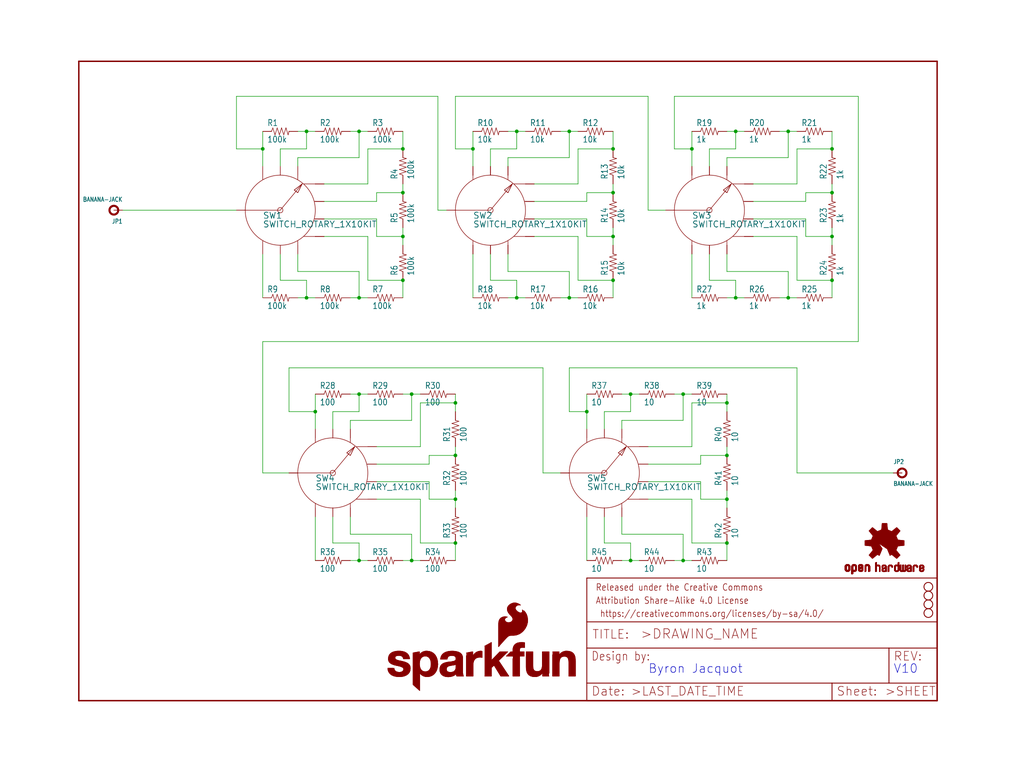
<source format=kicad_sch>
(kicad_sch (version 20211123) (generator eeschema)
  (paper "User" 297.002 223.926)
  (lib_symbols
    (symbol "schematicEagle-eagle-import:100KOHM-1{slash}4W-1%(PTH)VERT-KIT"
      (property "Reference" "R" (at -3.81 1.4986 0))
      (property "Value" "100KOHM-1{slash}4W-1%(PTH)VERT-KIT" (at -3.81 -3.302 0))
      (symbol "100KOHM-1{slash}4W-1%(PTH)VERT-KIT_1_0"
        (pin passive line (at -5.08 0 0) (length 2.54) (name "1") (number "P$1"))
        (pin passive line (at 5.08 0 180) (length 2.54) (name "2") (number "P$2"))
      )
    )
    (symbol "schematicEagle-eagle-import:100OHM-1{slash}4W-1%(PTH)VERT-KIT"
      (property "Reference" "R" (at -3.81 1.4986 0))
      (property "Value" "100OHM-1{slash}4W-1%(PTH)VERT-KIT" (at -3.81 -3.302 0))
      (symbol "100OHM-1{slash}4W-1%(PTH)VERT-KIT_1_0"
        (pin passive line (at -5.08 0 0) (length 2.54) (name "1") (number "P$1"))
        (pin passive line (at 5.08 0 180) (length 2.54) (name "2") (number "P$2"))
      )
    )
    (symbol "schematicEagle-eagle-import:10KOHM-1{slash}4W-1%(PTH)VERT-KIT"
      (property "Reference" "R" (at -3.81 1.4986 0))
      (property "Value" "10KOHM-1{slash}4W-1%(PTH)VERT-KIT" (at -3.81 -3.302 0))
      (symbol "10KOHM-1{slash}4W-1%(PTH)VERT-KIT_1_0"
        (pin passive line (at -5.08 0 0) (length 2.54) (name "1") (number "P$1"))
        (pin passive line (at 5.08 0 180) (length 2.54) (name "2") (number "P$2"))
      )
    )
    (symbol "schematicEagle-eagle-import:10OHM-1{slash}4W-1%(PTH)VERT-KIT"
      (property "Reference" "R" (at -3.81 1.4986 0))
      (property "Value" "10OHM-1{slash}4W-1%(PTH)VERT-KIT" (at -3.81 -3.302 0))
      (symbol "10OHM-1{slash}4W-1%(PTH)VERT-KIT_1_0"
        (pin passive line (at -5.08 0 0) (length 2.54) (name "1") (number "P$1"))
        (pin passive line (at 5.08 0 180) (length 2.54) (name "2") (number "P$2"))
      )
    )
    (symbol "schematicEagle-eagle-import:1KOHM-1{slash}4W-1%(PTH)VERT-KIT"
      (property "Reference" "R" (at -3.81 1.4986 0))
      (property "Value" "1KOHM-1{slash}4W-1%(PTH)VERT-KIT" (at -3.81 -3.302 0))
      (symbol "1KOHM-1{slash}4W-1%(PTH)VERT-KIT_1_0"
        (pin passive line (at -5.08 0 0) (length 2.54) (name "1") (number "P$1"))
        (pin passive line (at 5.08 0 180) (length 2.54) (name "2") (number "P$2"))
      )
    )
    (symbol "schematicEagle-eagle-import:BANANA-JACK"
      (property "Reference" "JP" (at -2.54 2.54 0))
      (property "Value" "BANANA-JACK" (at -2.54 -3.81 0))
      (symbol "BANANA-JACK_1_0"
        (pin bidirectional line (at -2.54 0 0) (length 2.54) (name "P$1") (number "P$1"))
      )
    )
    (symbol "schematicEagle-eagle-import:FRAME-LETTER"
      (symbol "FRAME-LETTER_2_0"
        (text " https://creativecommons.org/licenses/by-sa/4.0/" (at 2.54 24.13 0) (effects (font (size 1.9304 1.6408)) (justify left bottom)))
        (text ">DRAWING_NAME" (at 15.494 17.78 0) (effects (font (size 2.7432 2.7432)) (justify left bottom)))
        (text ">LAST_DATE_TIME" (at 12.7 1.27 0) (effects (font (size 2.54 2.54)) (justify left bottom)))
        (text ">SHEET" (at 86.36 1.27 0) (effects (font (size 2.54 2.54)) (justify left bottom)))
        (text "Attribution Share-Alike 4.0 License" (at 2.54 27.94 0) (effects (font (size 1.9304 1.6408)) (justify left bottom)))
        (text "Date:" (at 1.27 1.27 0) (effects (font (size 2.54 2.54)) (justify left bottom)))
        (text "Design by:" (at 1.27 11.43 0) (effects (font (size 2.54 2.159)) (justify left bottom)))
        (text "Released under the Creative Commons" (at 2.54 31.75 0) (effects (font (size 1.9304 1.6408)) (justify left bottom)))
        (text "REV:" (at 88.9 11.43 0) (effects (font (size 2.54 2.54)) (justify left bottom)))
        (text "Sheet:" (at 72.39 1.27 0) (effects (font (size 2.54 2.54)) (justify left bottom)))
        (text "TITLE:" (at 1.524 17.78 0) (effects (font (size 2.54 2.54)) (justify left bottom)))
      )
    )
    (symbol "schematicEagle-eagle-import:OSHW-LOGOL")
    (symbol "schematicEagle-eagle-import:SFE_LOGO_NAME_FLAME.2_INCH")
    (symbol "schematicEagle-eagle-import:SFE_LOGO_NAME_FLAME.5_INCH")
    (symbol "schematicEagle-eagle-import:STAND-OFF")
    (symbol "schematicEagle-eagle-import:SWITCH_ROTARY_1X10KIT"
      (property "Reference" "SW" (at -5.08 -2.54 0))
      (property "Value" "SWITCH_ROTARY_1X10KIT" (at -5.08 -5.08 0))
      (symbol "SWITCH_ROTARY_1X10KIT_1_0"
        (pin bidirectional line (at -5.08 12.7 270) (length 2.54) (name "1") (number "1"))
        (pin bidirectional line (at -5.08 -12.7 90) (length 2.54) (name "10") (number "10"))
        (pin bidirectional line (at 0 12.7 270) (length 2.54) (name "2") (number "2"))
        (pin bidirectional line (at 5.08 12.7 270) (length 2.54) (name "3") (number "3"))
        (pin bidirectional line (at 12.7 7.62 180) (length 2.54) (name "4") (number "4"))
        (pin bidirectional line (at 12.7 2.54 180) (length 2.54) (name "5") (number "5"))
        (pin bidirectional line (at 12.7 -2.54 180) (length 2.54) (name "6") (number "6"))
        (pin bidirectional line (at 12.7 -7.62 180) (length 2.54) (name "7") (number "7"))
        (pin bidirectional line (at 5.08 -12.7 90) (length 2.54) (name "8") (number "8"))
        (pin bidirectional line (at 0 -12.7 90) (length 2.54) (name "9") (number "9"))
        (pin bidirectional line (at -12.7 0 0) (length 2.54) (name "COMMON") (number "COMMON"))
      )
    )
  )
  (junction (at 170.18 119.38))
  (junction (at 213.36 86.36))
  (junction (at 198.12 114.3))
  (junction (at 210.82 116.84))
  (junction (at 241.3 43.18))
  (junction (at 213.36 38.1))
  (junction (at 241.3 55.88))
  (junction (at 241.3 81.28))
  (junction (at 119.38 162.56))
  (junction (at 210.82 132.08))
  (junction (at 228.6 86.36))
  (junction (at 137.16 43.18))
  (junction (at 210.82 157.48))
  (junction (at 241.3 68.58))
  (junction (at 104.14 38.1))
  (junction (at 200.66 43.18))
  (junction (at 132.08 144.78))
  (junction (at 91.44 119.38))
  (junction (at 116.84 68.58))
  (junction (at 182.88 162.56))
  (junction (at 228.6 38.1))
  (junction (at 132.08 132.08))
  (junction (at 149.86 38.1))
  (junction (at 132.08 116.84))
  (junction (at 210.82 144.78))
  (junction (at 177.8 68.58))
  (junction (at 104.14 162.56))
  (junction (at 132.08 157.48))
  (junction (at 119.38 114.3))
  (junction (at 177.8 55.88))
  (junction (at 88.9 86.36))
  (junction (at 116.84 81.28))
  (junction (at 198.12 162.56))
  (junction (at 149.86 86.36))
  (junction (at 165.1 38.1))
  (junction (at 177.8 81.28))
  (junction (at 76.2 43.18))
  (junction (at 165.1 86.36))
  (junction (at 104.14 114.3))
  (junction (at 182.88 114.3))
  (junction (at 177.8 43.18))
  (junction (at 116.84 55.88))
  (junction (at 88.9 38.1))
  (junction (at 116.84 43.18))
  (junction (at 104.14 86.36))
  (wire (pts (xy 170.18 162.56) (xy 170.18 149.86)))
  (wire (pts (xy 205.74 81.28) (xy 213.36 81.28)))
  (wire (pts (xy 104.14 38.1) (xy 106.68 38.1)))
  (wire (pts (xy 213.36 86.36) (xy 210.82 86.36)))
  (wire (pts (xy 132.08 129.54) (xy 132.08 132.08)))
  (wire (pts (xy 187.96 27.94) (xy 187.96 60.96)))
  (wire (pts (xy 86.36 78.74) (xy 104.14 78.74)))
  (wire (pts (xy 93.98 58.42) (xy 109.22 58.42)))
  (wire (pts (xy 231.14 43.18) (xy 241.3 43.18)))
  (wire (pts (xy 200.66 116.84) (xy 210.82 116.84)))
  (wire (pts (xy 91.44 124.46) (xy 91.44 119.38)))
  (wire (pts (xy 147.32 78.74) (xy 165.1 78.74)))
  (wire (pts (xy 154.94 68.58) (xy 167.64 68.58)))
  (wire (pts (xy 198.12 114.3) (xy 198.12 121.92)))
  (wire (pts (xy 104.14 86.36) (xy 101.6 86.36)))
  (wire (pts (xy 231.14 86.36) (xy 228.6 86.36)))
  (wire (pts (xy 205.74 43.18) (xy 213.36 43.18)))
  (wire (pts (xy 152.4 86.36) (xy 149.86 86.36)))
  (wire (pts (xy 132.08 114.3) (xy 132.08 116.84)))
  (wire (pts (xy 116.84 66.04) (xy 116.84 68.58)))
  (wire (pts (xy 228.6 38.1) (xy 231.14 38.1)))
  (wire (pts (xy 76.2 48.26) (xy 76.2 43.18)))
  (wire (pts (xy 106.68 86.36) (xy 104.14 86.36)))
  (wire (pts (xy 106.68 53.34) (xy 106.68 43.18)))
  (wire (pts (xy 228.6 86.36) (xy 226.06 86.36)))
  (wire (pts (xy 93.98 53.34) (xy 106.68 53.34)))
  (wire (pts (xy 142.24 81.28) (xy 149.86 81.28)))
  (wire (pts (xy 241.3 81.28) (xy 241.3 86.36)))
  (wire (pts (xy 165.1 38.1) (xy 165.1 45.72)))
  (wire (pts (xy 233.68 58.42) (xy 233.68 55.88)))
  (wire (pts (xy 215.9 86.36) (xy 213.36 86.36)))
  (wire (pts (xy 187.96 129.54) (xy 200.66 129.54)))
  (wire (pts (xy 149.86 38.1) (xy 152.4 38.1)))
  (wire (pts (xy 116.84 81.28) (xy 116.84 86.36)))
  (wire (pts (xy 182.88 162.56) (xy 180.34 162.56)))
  (wire (pts (xy 68.58 27.94) (xy 127 27.94)))
  (wire (pts (xy 180.34 149.86) (xy 180.34 154.94)))
  (wire (pts (xy 88.9 38.1) (xy 91.44 38.1)))
  (wire (pts (xy 218.44 58.42) (xy 233.68 58.42)))
  (wire (pts (xy 210.82 78.74) (xy 228.6 78.74)))
  (wire (pts (xy 241.3 53.34) (xy 241.3 55.88)))
  (wire (pts (xy 96.52 119.38) (xy 104.14 119.38)))
  (wire (pts (xy 167.64 68.58) (xy 167.64 81.28)))
  (wire (pts (xy 241.3 68.58) (xy 241.3 71.12)))
  (wire (pts (xy 132.08 43.18) (xy 132.08 27.94)))
  (wire (pts (xy 170.18 119.38) (xy 170.18 114.3)))
  (wire (pts (xy 86.36 45.72) (xy 86.36 48.26)))
  (wire (pts (xy 109.22 68.58) (xy 109.22 63.5)))
  (wire (pts (xy 180.34 121.92) (xy 180.34 124.46)))
  (wire (pts (xy 241.3 66.04) (xy 241.3 68.58)))
  (wire (pts (xy 203.2 132.08) (xy 210.82 132.08)))
  (wire (pts (xy 231.14 106.68) (xy 231.14 137.16)))
  (wire (pts (xy 86.36 73.66) (xy 86.36 78.74)))
  (wire (pts (xy 127 60.96) (xy 129.54 60.96)))
  (wire (pts (xy 91.44 119.38) (xy 83.82 119.38)))
  (wire (pts (xy 149.86 81.28) (xy 149.86 86.36)))
  (wire (pts (xy 137.16 43.18) (xy 132.08 43.18)))
  (wire (pts (xy 165.1 86.36) (xy 162.56 86.36)))
  (wire (pts (xy 210.82 144.78) (xy 203.2 144.78)))
  (wire (pts (xy 195.58 114.3) (xy 198.12 114.3)))
  (wire (pts (xy 116.84 68.58) (xy 109.22 68.58)))
  (wire (pts (xy 210.82 38.1) (xy 213.36 38.1)))
  (wire (pts (xy 109.22 58.42) (xy 109.22 55.88)))
  (wire (pts (xy 157.48 137.16) (xy 162.56 137.16)))
  (wire (pts (xy 170.18 68.58) (xy 170.18 63.5)))
  (wire (pts (xy 187.96 60.96) (xy 193.04 60.96)))
  (wire (pts (xy 106.68 162.56) (xy 104.14 162.56)))
  (wire (pts (xy 119.38 114.3) (xy 121.92 114.3)))
  (wire (pts (xy 116.84 68.58) (xy 116.84 71.12)))
  (wire (pts (xy 121.92 129.54) (xy 121.92 116.84)))
  (wire (pts (xy 76.2 86.36) (xy 76.2 73.66)))
  (wire (pts (xy 127 27.94) (xy 127 60.96)))
  (wire (pts (xy 68.58 43.18) (xy 68.58 27.94)))
  (wire (pts (xy 106.68 81.28) (xy 116.84 81.28)))
  (wire (pts (xy 241.3 68.58) (xy 233.68 68.58)))
  (wire (pts (xy 121.92 144.78) (xy 121.92 157.48)))
  (wire (pts (xy 104.14 78.74) (xy 104.14 86.36)))
  (wire (pts (xy 109.22 144.78) (xy 121.92 144.78)))
  (wire (pts (xy 121.92 157.48) (xy 132.08 157.48)))
  (wire (pts (xy 109.22 55.88) (xy 116.84 55.88)))
  (wire (pts (xy 119.38 154.94) (xy 119.38 162.56)))
  (wire (pts (xy 218.44 68.58) (xy 231.14 68.58)))
  (wire (pts (xy 101.6 121.92) (xy 101.6 124.46)))
  (wire (pts (xy 165.1 106.68) (xy 231.14 106.68)))
  (wire (pts (xy 149.86 86.36) (xy 147.32 86.36)))
  (wire (pts (xy 137.16 38.1) (xy 137.16 43.18)))
  (wire (pts (xy 124.46 132.08) (xy 132.08 132.08)))
  (wire (pts (xy 165.1 119.38) (xy 165.1 106.68)))
  (wire (pts (xy 198.12 154.94) (xy 198.12 162.56)))
  (wire (pts (xy 210.82 144.78) (xy 210.82 147.32)))
  (wire (pts (xy 104.14 157.48) (xy 104.14 162.56)))
  (wire (pts (xy 68.58 60.96) (xy 35.56 60.96)))
  (wire (pts (xy 200.66 144.78) (xy 200.66 157.48)))
  (wire (pts (xy 147.32 73.66) (xy 147.32 78.74)))
  (wire (pts (xy 185.42 162.56) (xy 182.88 162.56)))
  (wire (pts (xy 187.96 134.62) (xy 203.2 134.62)))
  (wire (pts (xy 81.28 73.66) (xy 81.28 81.28)))
  (wire (pts (xy 200.66 129.54) (xy 200.66 116.84)))
  (wire (pts (xy 170.18 58.42) (xy 170.18 55.88)))
  (wire (pts (xy 76.2 43.18) (xy 68.58 43.18)))
  (wire (pts (xy 200.66 48.26) (xy 200.66 43.18)))
  (wire (pts (xy 119.38 162.56) (xy 116.84 162.56)))
  (wire (pts (xy 81.28 81.28) (xy 88.9 81.28)))
  (wire (pts (xy 177.8 68.58) (xy 170.18 68.58)))
  (wire (pts (xy 177.8 38.1) (xy 177.8 43.18)))
  (wire (pts (xy 200.66 162.56) (xy 198.12 162.56)))
  (wire (pts (xy 116.84 53.34) (xy 116.84 55.88)))
  (wire (pts (xy 213.36 81.28) (xy 213.36 86.36)))
  (wire (pts (xy 210.82 129.54) (xy 210.82 132.08)))
  (wire (pts (xy 101.6 154.94) (xy 119.38 154.94)))
  (wire (pts (xy 228.6 78.74) (xy 228.6 86.36)))
  (wire (pts (xy 104.14 38.1) (xy 104.14 45.72)))
  (wire (pts (xy 175.26 149.86) (xy 175.26 157.48)))
  (wire (pts (xy 213.36 38.1) (xy 215.9 38.1)))
  (wire (pts (xy 233.68 68.58) (xy 233.68 63.5)))
  (wire (pts (xy 198.12 114.3) (xy 200.66 114.3)))
  (wire (pts (xy 165.1 45.72) (xy 147.32 45.72)))
  (wire (pts (xy 76.2 137.16) (xy 83.82 137.16)))
  (wire (pts (xy 109.22 63.5) (xy 93.98 63.5)))
  (wire (pts (xy 162.56 38.1) (xy 165.1 38.1)))
  (wire (pts (xy 101.6 38.1) (xy 104.14 38.1)))
  (wire (pts (xy 200.66 43.18) (xy 200.66 38.1)))
  (wire (pts (xy 231.14 53.34) (xy 231.14 43.18)))
  (wire (pts (xy 91.44 119.38) (xy 91.44 114.3)))
  (wire (pts (xy 83.82 106.68) (xy 157.48 106.68)))
  (wire (pts (xy 203.2 134.62) (xy 203.2 132.08)))
  (wire (pts (xy 228.6 45.72) (xy 210.82 45.72)))
  (wire (pts (xy 106.68 68.58) (xy 106.68 81.28)))
  (wire (pts (xy 119.38 114.3) (xy 119.38 121.92)))
  (wire (pts (xy 154.94 58.42) (xy 170.18 58.42)))
  (wire (pts (xy 231.14 68.58) (xy 231.14 81.28)))
  (wire (pts (xy 76.2 43.18) (xy 76.2 38.1)))
  (wire (pts (xy 167.64 86.36) (xy 165.1 86.36)))
  (wire (pts (xy 137.16 86.36) (xy 137.16 73.66)))
  (wire (pts (xy 241.3 38.1) (xy 241.3 43.18)))
  (wire (pts (xy 226.06 38.1) (xy 228.6 38.1)))
  (wire (pts (xy 88.9 43.18) (xy 88.9 38.1)))
  (wire (pts (xy 210.82 157.48) (xy 210.82 162.56)))
  (wire (pts (xy 96.52 149.86) (xy 96.52 157.48)))
  (wire (pts (xy 170.18 55.88) (xy 177.8 55.88)))
  (wire (pts (xy 101.6 149.86) (xy 101.6 154.94)))
  (wire (pts (xy 132.08 144.78) (xy 124.46 144.78)))
  (wire (pts (xy 149.86 43.18) (xy 149.86 38.1)))
  (wire (pts (xy 124.46 144.78) (xy 124.46 139.7)))
  (wire (pts (xy 177.8 66.04) (xy 177.8 68.58)))
  (wire (pts (xy 203.2 139.7) (xy 187.96 139.7)))
  (wire (pts (xy 177.8 53.34) (xy 177.8 55.88)))
  (wire (pts (xy 205.74 48.26) (xy 205.74 43.18)))
  (wire (pts (xy 165.1 78.74) (xy 165.1 86.36)))
  (wire (pts (xy 218.44 53.34) (xy 231.14 53.34)))
  (wire (pts (xy 121.92 116.84) (xy 132.08 116.84)))
  (wire (pts (xy 210.82 142.24) (xy 210.82 144.78)))
  (wire (pts (xy 167.64 43.18) (xy 177.8 43.18)))
  (wire (pts (xy 167.64 53.34) (xy 167.64 43.18)))
  (wire (pts (xy 132.08 27.94) (xy 187.96 27.94)))
  (wire (pts (xy 200.66 157.48) (xy 210.82 157.48)))
  (wire (pts (xy 205.74 73.66) (xy 205.74 81.28)))
  (wire (pts (xy 142.24 73.66) (xy 142.24 81.28)))
  (wire (pts (xy 200.66 86.36) (xy 200.66 73.66)))
  (wire (pts (xy 76.2 99.06) (xy 76.2 137.16)))
  (wire (pts (xy 96.52 124.46) (xy 96.52 119.38)))
  (wire (pts (xy 147.32 38.1) (xy 149.86 38.1)))
  (wire (pts (xy 231.14 137.16) (xy 259.08 137.16)))
  (wire (pts (xy 119.38 121.92) (xy 101.6 121.92)))
  (wire (pts (xy 132.08 142.24) (xy 132.08 144.78)))
  (wire (pts (xy 104.14 45.72) (xy 86.36 45.72)))
  (wire (pts (xy 248.92 99.06) (xy 76.2 99.06)))
  (wire (pts (xy 233.68 55.88) (xy 241.3 55.88)))
  (wire (pts (xy 210.82 45.72) (xy 210.82 48.26)))
  (wire (pts (xy 203.2 144.78) (xy 203.2 139.7)))
  (wire (pts (xy 248.92 27.94) (xy 248.92 99.06)))
  (wire (pts (xy 93.98 68.58) (xy 106.68 68.58)))
  (wire (pts (xy 180.34 114.3) (xy 182.88 114.3)))
  (wire (pts (xy 233.68 63.5) (xy 218.44 63.5)))
  (wire (pts (xy 104.14 114.3) (xy 106.68 114.3)))
  (wire (pts (xy 213.36 43.18) (xy 213.36 38.1)))
  (wire (pts (xy 142.24 43.18) (xy 149.86 43.18)))
  (wire (pts (xy 170.18 119.38) (xy 165.1 119.38)))
  (wire (pts (xy 200.66 43.18) (xy 195.58 43.18)))
  (wire (pts (xy 116.84 114.3) (xy 119.38 114.3)))
  (wire (pts (xy 91.44 162.56) (xy 91.44 149.86)))
  (wire (pts (xy 167.64 81.28) (xy 177.8 81.28)))
  (wire (pts (xy 104.14 162.56) (xy 101.6 162.56)))
  (wire (pts (xy 170.18 124.46) (xy 170.18 119.38)))
  (wire (pts (xy 167.64 38.1) (xy 165.1 38.1)))
  (wire (pts (xy 104.14 119.38) (xy 104.14 114.3)))
  (wire (pts (xy 88.9 81.28) (xy 88.9 86.36)))
  (wire (pts (xy 182.88 119.38) (xy 182.88 114.3)))
  (wire (pts (xy 83.82 119.38) (xy 83.82 106.68)))
  (wire (pts (xy 142.24 48.26) (xy 142.24 43.18)))
  (wire (pts (xy 124.46 134.62) (xy 124.46 132.08)))
  (wire (pts (xy 177.8 81.28) (xy 177.8 86.36)))
  (wire (pts (xy 109.22 129.54) (xy 121.92 129.54)))
  (wire (pts (xy 147.32 45.72) (xy 147.32 48.26)))
  (wire (pts (xy 170.18 63.5) (xy 154.94 63.5)))
  (wire (pts (xy 228.6 38.1) (xy 228.6 45.72)))
  (wire (pts (xy 109.22 134.62) (xy 124.46 134.62)))
  (wire (pts (xy 180.34 154.94) (xy 198.12 154.94)))
  (wire (pts (xy 86.36 38.1) (xy 88.9 38.1)))
  (wire (pts (xy 187.96 144.78) (xy 200.66 144.78)))
  (wire (pts (xy 231.14 81.28) (xy 241.3 81.28)))
  (wire (pts (xy 116.84 38.1) (xy 116.84 43.18)))
  (wire (pts (xy 198.12 162.56) (xy 195.58 162.56)))
  (wire (pts (xy 81.28 48.26) (xy 81.28 43.18)))
  (wire (pts (xy 177.8 68.58) (xy 177.8 71.12)))
  (wire (pts (xy 121.92 162.56) (xy 119.38 162.56)))
  (wire (pts (xy 88.9 86.36) (xy 86.36 86.36)))
  (wire (pts (xy 210.82 116.84) (xy 210.82 119.38)))
  (wire (pts (xy 182.88 114.3) (xy 185.42 114.3)))
  (wire (pts (xy 96.52 157.48) (xy 104.14 157.48)))
  (wire (pts (xy 195.58 43.18) (xy 195.58 27.94)))
  (wire (pts (xy 175.26 157.48) (xy 182.88 157.48)))
  (wire (pts (xy 81.28 43.18) (xy 88.9 43.18)))
  (wire (pts (xy 157.48 106.68) (xy 157.48 137.16)))
  (wire (pts (xy 132.08 157.48) (xy 132.08 162.56)))
  (wire (pts (xy 124.46 139.7) (xy 109.22 139.7)))
  (wire (pts (xy 132.08 116.84) (xy 132.08 119.38)))
  (wire (pts (xy 210.82 73.66) (xy 210.82 78.74)))
  (wire (pts (xy 101.6 114.3) (xy 104.14 114.3)))
  (wire (pts (xy 137.16 48.26) (xy 137.16 43.18)))
  (wire (pts (xy 91.44 86.36) (xy 88.9 86.36)))
  (wire (pts (xy 182.88 157.48) (xy 182.88 162.56)))
  (wire (pts (xy 175.26 119.38) (xy 182.88 119.38)))
  (wire (pts (xy 195.58 27.94) (xy 248.92 27.94)))
  (wire (pts (xy 210.82 114.3) (xy 210.82 116.84)))
  (wire (pts (xy 106.68 43.18) (xy 116.84 43.18)))
  (wire (pts (xy 154.94 53.34) (xy 167.64 53.34)))
  (wire (pts (xy 175.26 124.46) (xy 175.26 119.38)))
  (wire (pts (xy 132.08 144.78) (xy 132.08 147.32)))
  (wire (pts (xy 198.12 121.92) (xy 180.34 121.92)))
  (text "Byron Jacquot" (at 187.96 195.58 180) (effects (font (size 2.54 2.54)) (justify left bottom)))
  (text "V10" (at 259.08 195.58 180) (effects (font (size 2.54 2.54)) (justify left bottom)))
  (symbol (lib_id "schematicEagle-eagle-import:10KOHM-1{slash}4W-1%(PTH)VERT-KIT") (at 177.8 76.2 90) (unit 1)
    (property "Reference" "R15" (at 176.3014 80.01 0) (effects (font (size 1.778 1.5113)) (justify left bottom)))
    (property "Value" "10k" (at 181.102 80.01 0) (effects (font (size 1.778 1.5113)) (justify left bottom)))
    (property "Footprint" "schematicEagle:AXIAL-0.1EZ" (effects hide))
  )
  (symbol (lib_id "schematicEagle-eagle-import:1KOHM-1{slash}4W-1%(PTH)VERT-KIT") (at 220.98 38.1 0) (unit 1)
    (property "Reference" "R20" (at 217.17 36.6014 0) (effects (font (size 1.778 1.5113)) (justify left bottom)))
    (property "Value" "1k" (at 217.17 41.402 0) (effects (font (size 1.778 1.5113)) (justify left bottom)))
    (property "Footprint" "schematicEagle:AXIAL-0.1EZ" (effects hide))
  )
  (symbol (lib_id "schematicEagle-eagle-import:SWITCH_ROTARY_1X10KIT") (at 142.24 60.96 0) (unit 1)
    (property "Reference" "SW2" (at 137.16 63.5 0) (effects (font (size 1.778 1.778)) (justify left bottom)))
    (property "Value" "SWITCH_ROTARY_1X10KIT" (at 137.16 66.04 0) (effects (font (size 1.778 1.778)) (justify left bottom)))
    (property "Footprint" "schematicEagle:ROTARY_SWITCH_1X10_KIT" (effects hide))
  )
  (symbol (lib_id "schematicEagle-eagle-import:10OHM-1{slash}4W-1%(PTH)VERT-KIT") (at 175.26 162.56 0) (unit 1)
    (property "Reference" "R45" (at 171.45 161.0614 0) (effects (font (size 1.778 1.5113)) (justify left bottom)))
    (property "Value" "10" (at 171.45 165.862 0) (effects (font (size 1.778 1.5113)) (justify left bottom)))
    (property "Footprint" "schematicEagle:AXIAL-0.1EZ" (effects hide))
  )
  (symbol (lib_id "schematicEagle-eagle-import:1KOHM-1{slash}4W-1%(PTH)VERT-KIT") (at 241.3 48.26 90) (unit 1)
    (property "Reference" "R22" (at 239.8014 52.07 0) (effects (font (size 1.778 1.5113)) (justify left bottom)))
    (property "Value" "1k" (at 244.602 52.07 0) (effects (font (size 1.778 1.5113)) (justify left bottom)))
    (property "Footprint" "schematicEagle:AXIAL-0.1EZ" (effects hide))
  )
  (symbol (lib_id "schematicEagle-eagle-import:100OHM-1{slash}4W-1%(PTH)VERT-KIT") (at 132.08 152.4 90) (unit 1)
    (property "Reference" "R33" (at 130.5814 156.21 0) (effects (font (size 1.778 1.5113)) (justify left bottom)))
    (property "Value" "100" (at 135.382 156.21 0) (effects (font (size 1.778 1.5113)) (justify left bottom)))
    (property "Footprint" "schematicEagle:AXIAL-0.1EZ" (effects hide))
  )
  (symbol (lib_id "schematicEagle-eagle-import:1KOHM-1{slash}4W-1%(PTH)VERT-KIT") (at 205.74 86.36 0) (unit 1)
    (property "Reference" "R27" (at 201.93 84.8614 0) (effects (font (size 1.778 1.5113)) (justify left bottom)))
    (property "Value" "1k" (at 201.93 89.662 0) (effects (font (size 1.778 1.5113)) (justify left bottom)))
    (property "Footprint" "schematicEagle:AXIAL-0.1EZ" (effects hide))
  )
  (symbol (lib_id "schematicEagle-eagle-import:1KOHM-1{slash}4W-1%(PTH)VERT-KIT") (at 241.3 60.96 90) (unit 1)
    (property "Reference" "R23" (at 239.8014 64.77 0) (effects (font (size 1.778 1.5113)) (justify left bottom)))
    (property "Value" "1k" (at 244.602 64.77 0) (effects (font (size 1.778 1.5113)) (justify left bottom)))
    (property "Footprint" "schematicEagle:AXIAL-0.1EZ" (effects hide))
  )
  (symbol (lib_id "schematicEagle-eagle-import:1KOHM-1{slash}4W-1%(PTH)VERT-KIT") (at 236.22 86.36 0) (unit 1)
    (property "Reference" "R25" (at 232.41 84.8614 0) (effects (font (size 1.778 1.5113)) (justify left bottom)))
    (property "Value" "1k" (at 232.41 89.662 0) (effects (font (size 1.778 1.5113)) (justify left bottom)))
    (property "Footprint" "schematicEagle:AXIAL-0.1EZ" (effects hide))
  )
  (symbol (lib_id "schematicEagle-eagle-import:FRAME-LETTER") (at 170.18 203.2 0) (unit 2)
    (property "Reference" "FRAME1" (effects hide))
    (property "Value" "FRAME-LETTER" (effects hide))
    (property "Footprint" "schematicEagle:CREATIVE_COMMONS" (effects hide))
  )
  (symbol (lib_id "schematicEagle-eagle-import:SFE_LOGO_NAME_FLAME.5_INCH") (at 111.76 200.66 0) (unit 1)
    (property "Reference" "LOGO3" (effects hide))
    (property "Value" "SFE_LOGO_NAME_FLAME.5_INCH" (effects hide))
    (property "Footprint" "schematicEagle:SFE_LOGO_NAME_FLAME_.5" (effects hide))
  )
  (symbol (lib_id "schematicEagle-eagle-import:10OHM-1{slash}4W-1%(PTH)VERT-KIT") (at 210.82 152.4 90) (unit 1)
    (property "Reference" "R42" (at 209.3214 156.21 0) (effects (font (size 1.778 1.5113)) (justify left bottom)))
    (property "Value" "10" (at 214.122 156.21 0) (effects (font (size 1.778 1.5113)) (justify left bottom)))
    (property "Footprint" "schematicEagle:AXIAL-0.1EZ" (effects hide))
  )
  (symbol (lib_id "schematicEagle-eagle-import:100OHM-1{slash}4W-1%(PTH)VERT-KIT") (at 127 162.56 0) (unit 1)
    (property "Reference" "R34" (at 123.19 161.0614 0) (effects (font (size 1.778 1.5113)) (justify left bottom)))
    (property "Value" "100" (at 123.19 165.862 0) (effects (font (size 1.778 1.5113)) (justify left bottom)))
    (property "Footprint" "schematicEagle:AXIAL-0.1EZ" (effects hide))
  )
  (symbol (lib_id "schematicEagle-eagle-import:1KOHM-1{slash}4W-1%(PTH)VERT-KIT") (at 241.3 76.2 90) (unit 1)
    (property "Reference" "R24" (at 239.8014 80.01 0) (effects (font (size 1.778 1.5113)) (justify left bottom)))
    (property "Value" "1k" (at 244.602 80.01 0) (effects (font (size 1.778 1.5113)) (justify left bottom)))
    (property "Footprint" "schematicEagle:AXIAL-0.1EZ" (effects hide))
  )
  (symbol (lib_id "schematicEagle-eagle-import:BANANA-JACK") (at 261.62 137.16 0) (unit 1)
    (property "Reference" "JP2" (at 259.08 134.62 0) (effects (font (size 1.27 1.0795)) (justify left bottom)))
    (property "Value" "BANANA-JACK" (at 259.08 140.97 0) (effects (font (size 1.27 1.0795)) (justify left bottom)))
    (property "Footprint" "schematicEagle:BANANA-JACK" (effects hide))
  )
  (symbol (lib_id "schematicEagle-eagle-import:10KOHM-1{slash}4W-1%(PTH)VERT-KIT") (at 177.8 60.96 90) (unit 1)
    (property "Reference" "R14" (at 176.3014 64.77 0) (effects (font (size 1.778 1.5113)) (justify left bottom)))
    (property "Value" "10k" (at 181.102 64.77 0) (effects (font (size 1.778 1.5113)) (justify left bottom)))
    (property "Footprint" "schematicEagle:AXIAL-0.1EZ" (effects hide))
  )
  (symbol (lib_id "schematicEagle-eagle-import:SWITCH_ROTARY_1X10KIT") (at 81.28 60.96 0) (unit 1)
    (property "Reference" "SW1" (at 76.2 63.5 0) (effects (font (size 1.778 1.778)) (justify left bottom)))
    (property "Value" "SWITCH_ROTARY_1X10KIT" (at 76.2 66.04 0) (effects (font (size 1.778 1.778)) (justify left bottom)))
    (property "Footprint" "schematicEagle:ROTARY_SWITCH_1X10_KIT" (effects hide))
  )
  (symbol (lib_id "schematicEagle-eagle-import:STAND-OFF") (at 269.24 177.8 0) (unit 1)
    (property "Reference" "STANDOFF1" (effects hide))
    (property "Value" "STAND-OFF" (effects hide))
    (property "Footprint" "schematicEagle:STAND-OFF" (effects hide))
  )
  (symbol (lib_id "schematicEagle-eagle-import:10OHM-1{slash}4W-1%(PTH)VERT-KIT") (at 210.82 124.46 90) (unit 1)
    (property "Reference" "R40" (at 209.3214 128.27 0) (effects (font (size 1.778 1.5113)) (justify left bottom)))
    (property "Value" "10" (at 214.122 128.27 0) (effects (font (size 1.778 1.5113)) (justify left bottom)))
    (property "Footprint" "schematicEagle:AXIAL-0.1EZ" (effects hide))
  )
  (symbol (lib_id "schematicEagle-eagle-import:100OHM-1{slash}4W-1%(PTH)VERT-KIT") (at 96.52 162.56 0) (unit 1)
    (property "Reference" "R36" (at 92.71 161.0614 0) (effects (font (size 1.778 1.5113)) (justify left bottom)))
    (property "Value" "100" (at 92.71 165.862 0) (effects (font (size 1.778 1.5113)) (justify left bottom)))
    (property "Footprint" "schematicEagle:AXIAL-0.1EZ" (effects hide))
  )
  (symbol (lib_id "schematicEagle-eagle-import:100KOHM-1{slash}4W-1%(PTH)VERT-KIT") (at 111.76 38.1 0) (unit 1)
    (property "Reference" "R3" (at 107.95 36.6014 0) (effects (font (size 1.778 1.5113)) (justify left bottom)))
    (property "Value" "100k" (at 107.95 41.402 0) (effects (font (size 1.778 1.5113)) (justify left bottom)))
    (property "Footprint" "schematicEagle:AXIAL-0.1EZ" (effects hide))
  )
  (symbol (lib_id "schematicEagle-eagle-import:SWITCH_ROTARY_1X10KIT") (at 175.26 137.16 0) (unit 1)
    (property "Reference" "SW5" (at 170.18 139.7 0) (effects (font (size 1.778 1.778)) (justify left bottom)))
    (property "Value" "SWITCH_ROTARY_1X10KIT" (at 170.18 142.24 0) (effects (font (size 1.778 1.778)) (justify left bottom)))
    (property "Footprint" "schematicEagle:ROTARY_SWITCH_1X10_KIT" (effects hide))
  )
  (symbol (lib_id "schematicEagle-eagle-import:10OHM-1{slash}4W-1%(PTH)VERT-KIT") (at 190.5 114.3 0) (unit 1)
    (property "Reference" "R38" (at 186.69 112.8014 0) (effects (font (size 1.778 1.5113)) (justify left bottom)))
    (property "Value" "10" (at 186.69 117.602 0) (effects (font (size 1.778 1.5113)) (justify left bottom)))
    (property "Footprint" "schematicEagle:AXIAL-0.1EZ" (effects hide))
  )
  (symbol (lib_id "schematicEagle-eagle-import:STAND-OFF") (at 269.24 175.26 0) (unit 1)
    (property "Reference" "STANDOFF2" (effects hide))
    (property "Value" "STAND-OFF" (effects hide))
    (property "Footprint" "schematicEagle:STAND-OFF" (effects hide))
  )
  (symbol (lib_id "schematicEagle-eagle-import:FRAME-LETTER") (at 22.86 203.2 0) (unit 1)
    (property "Reference" "FRAME1" (effects hide))
    (property "Value" "FRAME-LETTER" (effects hide))
    (property "Footprint" "schematicEagle:CREATIVE_COMMONS" (effects hide))
  )
  (symbol (lib_id "schematicEagle-eagle-import:100KOHM-1{slash}4W-1%(PTH)VERT-KIT") (at 111.76 86.36 0) (unit 1)
    (property "Reference" "R7" (at 107.95 84.8614 0) (effects (font (size 1.778 1.5113)) (justify left bottom)))
    (property "Value" "100k" (at 107.95 89.662 0) (effects (font (size 1.778 1.5113)) (justify left bottom)))
    (property "Footprint" "schematicEagle:AXIAL-0.1EZ" (effects hide))
  )
  (symbol (lib_id "schematicEagle-eagle-import:100OHM-1{slash}4W-1%(PTH)VERT-KIT") (at 111.76 162.56 0) (unit 1)
    (property "Reference" "R35" (at 107.95 161.0614 0) (effects (font (size 1.778 1.5113)) (justify left bottom)))
    (property "Value" "100" (at 107.95 165.862 0) (effects (font (size 1.778 1.5113)) (justify left bottom)))
    (property "Footprint" "schematicEagle:AXIAL-0.1EZ" (effects hide))
  )
  (symbol (lib_id "schematicEagle-eagle-import:100OHM-1{slash}4W-1%(PTH)VERT-KIT") (at 127 114.3 0) (unit 1)
    (property "Reference" "R30" (at 123.19 112.8014 0) (effects (font (size 1.778 1.5113)) (justify left bottom)))
    (property "Value" "100" (at 123.19 117.602 0) (effects (font (size 1.778 1.5113)) (justify left bottom)))
    (property "Footprint" "schematicEagle:AXIAL-0.1EZ" (effects hide))
  )
  (symbol (lib_id "schematicEagle-eagle-import:100KOHM-1{slash}4W-1%(PTH)VERT-KIT") (at 116.84 48.26 90) (unit 1)
    (property "Reference" "R4" (at 115.3414 52.07 0) (effects (font (size 1.778 1.5113)) (justify left bottom)))
    (property "Value" "100k" (at 120.142 52.07 0) (effects (font (size 1.778 1.5113)) (justify left bottom)))
    (property "Footprint" "schematicEagle:AXIAL-0.1EZ" (effects hide))
  )
  (symbol (lib_id "schematicEagle-eagle-import:1KOHM-1{slash}4W-1%(PTH)VERT-KIT") (at 205.74 38.1 0) (unit 1)
    (property "Reference" "R19" (at 201.93 36.6014 0) (effects (font (size 1.778 1.5113)) (justify left bottom)))
    (property "Value" "1k" (at 201.93 41.402 0) (effects (font (size 1.778 1.5113)) (justify left bottom)))
    (property "Footprint" "schematicEagle:AXIAL-0.1EZ" (effects hide))
  )
  (symbol (lib_id "schematicEagle-eagle-import:10KOHM-1{slash}4W-1%(PTH)VERT-KIT") (at 142.24 38.1 0) (unit 1)
    (property "Reference" "R10" (at 138.43 36.6014 0) (effects (font (size 1.778 1.5113)) (justify left bottom)))
    (property "Value" "10k" (at 138.43 41.402 0) (effects (font (size 1.778 1.5113)) (justify left bottom)))
    (property "Footprint" "schematicEagle:AXIAL-0.1EZ" (effects hide))
  )
  (symbol (lib_id "schematicEagle-eagle-import:100OHM-1{slash}4W-1%(PTH)VERT-KIT") (at 132.08 137.16 90) (unit 1)
    (property "Reference" "R32" (at 130.5814 140.97 0) (effects (font (size 1.778 1.5113)) (justify left bottom)))
    (property "Value" "100" (at 135.382 140.97 0) (effects (font (size 1.778 1.5113)) (justify left bottom)))
    (property "Footprint" "schematicEagle:AXIAL-0.1EZ" (effects hide))
  )
  (symbol (lib_id "schematicEagle-eagle-import:100KOHM-1{slash}4W-1%(PTH)VERT-KIT") (at 116.84 76.2 90) (unit 1)
    (property "Reference" "R6" (at 115.3414 80.01 0) (effects (font (size 1.778 1.5113)) (justify left bottom)))
    (property "Value" "100k" (at 120.142 80.01 0) (effects (font (size 1.778 1.5113)) (justify left bottom)))
    (property "Footprint" "schematicEagle:AXIAL-0.1EZ" (effects hide))
  )
  (symbol (lib_id "schematicEagle-eagle-import:100OHM-1{slash}4W-1%(PTH)VERT-KIT") (at 132.08 124.46 90) (unit 1)
    (property "Reference" "R31" (at 130.5814 128.27 0) (effects (font (size 1.778 1.5113)) (justify left bottom)))
    (property "Value" "100" (at 135.382 128.27 0) (effects (font (size 1.778 1.5113)) (justify left bottom)))
    (property "Footprint" "schematicEagle:AXIAL-0.1EZ" (effects hide))
  )
  (symbol (lib_id "schematicEagle-eagle-import:1KOHM-1{slash}4W-1%(PTH)VERT-KIT") (at 220.98 86.36 0) (unit 1)
    (property "Reference" "R26" (at 217.17 84.8614 0) (effects (font (size 1.778 1.5113)) (justify left bottom)))
    (property "Value" "1k" (at 217.17 89.662 0) (effects (font (size 1.778 1.5113)) (justify left bottom)))
    (property "Footprint" "schematicEagle:AXIAL-0.1EZ" (effects hide))
  )
  (symbol (lib_id "schematicEagle-eagle-import:100KOHM-1{slash}4W-1%(PTH)VERT-KIT") (at 81.28 86.36 0) (unit 1)
    (property "Reference" "R9" (at 77.47 84.8614 0) (effects (font (size 1.778 1.5113)) (justify left bottom)))
    (property "Value" "100k" (at 77.47 89.662 0) (effects (font (size 1.778 1.5113)) (justify left bottom)))
    (property "Footprint" "schematicEagle:AXIAL-0.1EZ" (effects hide))
  )
  (symbol (lib_id "schematicEagle-eagle-import:10OHM-1{slash}4W-1%(PTH)VERT-KIT") (at 175.26 114.3 0) (unit 1)
    (property "Reference" "R37" (at 171.45 112.8014 0) (effects (font (size 1.778 1.5113)) (justify left bottom)))
    (property "Value" "10" (at 171.45 117.602 0) (effects (font (size 1.778 1.5113)) (justify left bottom)))
    (property "Footprint" "schematicEagle:AXIAL-0.1EZ" (effects hide))
  )
  (symbol (lib_id "schematicEagle-eagle-import:SWITCH_ROTARY_1X10KIT") (at 205.74 60.96 0) (unit 1)
    (property "Reference" "SW3" (at 200.66 63.5 0) (effects (font (size 1.778 1.778)) (justify left bottom)))
    (property "Value" "SWITCH_ROTARY_1X10KIT" (at 200.66 66.04 0) (effects (font (size 1.778 1.778)) (justify left bottom)))
    (property "Footprint" "schematicEagle:ROTARY_SWITCH_1X10_KIT" (effects hide))
  )
  (symbol (lib_id "schematicEagle-eagle-import:100KOHM-1{slash}4W-1%(PTH)VERT-KIT") (at 96.52 38.1 0) (unit 1)
    (property "Reference" "R2" (at 92.71 36.6014 0) (effects (font (size 1.778 1.5113)) (justify left bottom)))
    (property "Value" "100k" (at 92.71 41.402 0) (effects (font (size 1.778 1.5113)) (justify left bottom)))
    (property "Footprint" "schematicEagle:AXIAL-0.1EZ" (effects hide))
  )
  (symbol (lib_id "schematicEagle-eagle-import:100KOHM-1{slash}4W-1%(PTH)VERT-KIT") (at 81.28 38.1 0) (unit 1)
    (property "Reference" "R1" (at 77.47 36.6014 0) (effects (font (size 1.778 1.5113)) (justify left bottom)))
    (property "Value" "100k" (at 77.47 41.402 0) (effects (font (size 1.778 1.5113)) (justify left bottom)))
    (property "Footprint" "schematicEagle:AXIAL-0.1EZ" (effects hide))
  )
  (symbol (lib_id "schematicEagle-eagle-import:OSHW-LOGOL") (at 256.54 157.48 0) (unit 1)
    (property "Reference" "LOGO4" (effects hide))
    (property "Value" "OSHW-LOGOL" (effects hide))
    (property "Footprint" "schematicEagle:OSHW-LOGO-L" (effects hide))
  )
  (symbol (lib_id "schematicEagle-eagle-import:10KOHM-1{slash}4W-1%(PTH)VERT-KIT") (at 157.48 38.1 0) (unit 1)
    (property "Reference" "R11" (at 153.67 36.6014 0) (effects (font (size 1.778 1.5113)) (justify left bottom)))
    (property "Value" "10k" (at 153.67 41.402 0) (effects (font (size 1.778 1.5113)) (justify left bottom)))
    (property "Footprint" "schematicEagle:AXIAL-0.1EZ" (effects hide))
  )
  (symbol (lib_id "schematicEagle-eagle-import:OSHW-LOGOL") (at 256.54 157.48 0) (unit 1)
    (property "Reference" "LOGO1" (effects hide))
    (property "Value" "OSHW-LOGOL" (effects hide))
    (property "Footprint" "schematicEagle:OSHW-LOGO-L" (effects hide))
  )
  (symbol (lib_id "schematicEagle-eagle-import:10OHM-1{slash}4W-1%(PTH)VERT-KIT") (at 205.74 114.3 0) (unit 1)
    (property "Reference" "R39" (at 201.93 112.8014 0) (effects (font (size 1.778 1.5113)) (justify left bottom)))
    (property "Value" "10" (at 201.93 117.602 0) (effects (font (size 1.778 1.5113)) (justify left bottom)))
    (property "Footprint" "schematicEagle:AXIAL-0.1EZ" (effects hide))
  )
  (symbol (lib_id "schematicEagle-eagle-import:10OHM-1{slash}4W-1%(PTH)VERT-KIT") (at 190.5 162.56 0) (unit 1)
    (property "Reference" "R44" (at 186.69 161.0614 0) (effects (font (size 1.778 1.5113)) (justify left bottom)))
    (property "Value" "10" (at 186.69 165.862 0) (effects (font (size 1.778 1.5113)) (justify left bottom)))
    (property "Footprint" "schematicEagle:AXIAL-0.1EZ" (effects hide))
  )
  (symbol (lib_id "schematicEagle-eagle-import:10OHM-1{slash}4W-1%(PTH)VERT-KIT") (at 210.82 137.16 90) (unit 1)
    (property "Reference" "R41" (at 209.3214 140.97 0) (effects (font (size 1.778 1.5113)) (justify left bottom)))
    (property "Value" "10" (at 214.122 140.97 0) (effects (font (size 1.778 1.5113)) (justify left bottom)))
    (property "Footprint" "schematicEagle:AXIAL-0.1EZ" (effects hide))
  )
  (symbol (lib_id "schematicEagle-eagle-import:10KOHM-1{slash}4W-1%(PTH)VERT-KIT") (at 172.72 38.1 0) (unit 1)
    (property "Reference" "R12" (at 168.91 36.6014 0) (effects (font (size 1.778 1.5113)) (justify left bottom)))
    (property "Value" "10k" (at 168.91 41.402 0) (effects (font (size 1.778 1.5113)) (justify left bottom)))
    (property "Footprint" "schematicEagle:AXIAL-0.1EZ" (effects hide))
  )
  (symbol (lib_id "schematicEagle-eagle-import:STAND-OFF") (at 269.24 170.18 0) (unit 1)
    (property "Reference" "STANDOFF4" (effects hide))
    (property "Value" "STAND-OFF" (effects hide))
    (property "Footprint" "schematicEagle:STAND-OFF" (effects hide))
  )
  (symbol (lib_id "schematicEagle-eagle-import:10KOHM-1{slash}4W-1%(PTH)VERT-KIT") (at 157.48 86.36 0) (unit 1)
    (property "Reference" "R17" (at 153.67 84.8614 0) (effects (font (size 1.778 1.5113)) (justify left bottom)))
    (property "Value" "10k" (at 153.67 89.662 0) (effects (font (size 1.778 1.5113)) (justify left bottom)))
    (property "Footprint" "schematicEagle:AXIAL-0.1EZ" (effects hide))
  )
  (symbol (lib_id "schematicEagle-eagle-import:100KOHM-1{slash}4W-1%(PTH)VERT-KIT") (at 96.52 86.36 0) (unit 1)
    (property "Reference" "R8" (at 92.71 84.8614 0) (effects (font (size 1.778 1.5113)) (justify left bottom)))
    (property "Value" "100k" (at 92.71 89.662 0) (effects (font (size 1.778 1.5113)) (justify left bottom)))
    (property "Footprint" "schematicEagle:AXIAL-0.1EZ" (effects hide))
  )
  (symbol (lib_id "schematicEagle-eagle-import:10KOHM-1{slash}4W-1%(PTH)VERT-KIT") (at 172.72 86.36 0) (unit 1)
    (property "Reference" "R16" (at 168.91 84.8614 0) (effects (font (size 1.778 1.5113)) (justify left bottom)))
    (property "Value" "10k" (at 168.91 89.662 0) (effects (font (size 1.778 1.5113)) (justify left bottom)))
    (property "Footprint" "schematicEagle:AXIAL-0.1EZ" (effects hide))
  )
  (symbol (lib_id "schematicEagle-eagle-import:100KOHM-1{slash}4W-1%(PTH)VERT-KIT") (at 116.84 60.96 90) (unit 1)
    (property "Reference" "R5" (at 115.3414 64.77 0) (effects (font (size 1.778 1.5113)) (justify left bottom)))
    (property "Value" "100k" (at 120.142 64.77 0) (effects (font (size 1.778 1.5113)) (justify left bottom)))
    (property "Footprint" "schematicEagle:AXIAL-0.1EZ" (effects hide))
  )
  (symbol (lib_id "schematicEagle-eagle-import:10KOHM-1{slash}4W-1%(PTH)VERT-KIT") (at 177.8 48.26 90) (unit 1)
    (property "Reference" "R13" (at 176.3014 52.07 0) (effects (font (size 1.778 1.5113)) (justify left bottom)))
    (property "Value" "10k" (at 181.102 52.07 0) (effects (font (size 1.778 1.5113)) (justify left bottom)))
    (property "Footprint" "schematicEagle:AXIAL-0.1EZ" (effects hide))
  )
  (symbol (lib_id "schematicEagle-eagle-import:10OHM-1{slash}4W-1%(PTH)VERT-KIT") (at 205.74 162.56 0) (unit 1)
    (property "Reference" "R43" (at 201.93 161.0614 0) (effects (font (size 1.778 1.5113)) (justify left bottom)))
    (property "Value" "10" (at 201.93 165.862 0) (effects (font (size 1.778 1.5113)) (justify left bottom)))
    (property "Footprint" "schematicEagle:AXIAL-0.1EZ" (effects hide))
  )
  (symbol (lib_id "schematicEagle-eagle-import:SFE_LOGO_NAME_FLAME.2_INCH") (at 111.76 200.66 0) (unit 1)
    (property "Reference" "LOGO2" (effects hide))
    (property "Value" "SFE_LOGO_NAME_FLAME.2_INCH" (effects hide))
    (property "Footprint" "schematicEagle:SFE_LOGO_NAME_FLAME_.2" (effects hide))
  )
  (symbol (lib_id "schematicEagle-eagle-import:BANANA-JACK") (at 33.02 60.96 180) (unit 1)
    (property "Reference" "JP1" (at 35.56 63.5 0) (effects (font (size 1.27 1.0795)) (justify left bottom)))
    (property "Value" "BANANA-JACK" (at 35.56 57.15 0) (effects (font (size 1.27 1.0795)) (justify left bottom)))
    (property "Footprint" "schematicEagle:BANANA-JACK" (effects hide))
  )
  (symbol (lib_id "schematicEagle-eagle-import:100OHM-1{slash}4W-1%(PTH)VERT-KIT") (at 96.52 114.3 0) (unit 1)
    (property "Reference" "R28" (at 92.71 112.8014 0) (effects (font (size 1.778 1.5113)) (justify left bottom)))
    (property "Value" "100" (at 92.71 117.602 0) (effects (font (size 1.778 1.5113)) (justify left bottom)))
    (property "Footprint" "schematicEagle:AXIAL-0.1EZ" (effects hide))
  )
  (symbol (lib_id "schematicEagle-eagle-import:10KOHM-1{slash}4W-1%(PTH)VERT-KIT") (at 142.24 86.36 0) (unit 1)
    (property "Reference" "R18" (at 138.43 84.8614 0) (effects (font (size 1.778 1.5113)) (justify left bottom)))
    (property "Value" "10k" (at 138.43 89.662 0) (effects (font (size 1.778 1.5113)) (justify left bottom)))
    (property "Footprint" "schematicEagle:AXIAL-0.1EZ" (effects hide))
  )
  (symbol (lib_id "schematicEagle-eagle-import:STAND-OFF") (at 269.24 172.72 0) (unit 1)
    (property "Reference" "STANDOFF3" (effects hide))
    (property "Value" "STAND-OFF" (effects hide))
    (property "Footprint" "schematicEagle:STAND-OFF" (effects hide))
  )
  (symbol (lib_id "schematicEagle-eagle-import:100OHM-1{slash}4W-1%(PTH)VERT-KIT") (at 111.76 114.3 0) (unit 1)
    (property "Reference" "R29" (at 107.95 112.8014 0) (effects (font (size 1.778 1.5113)) (justify left bottom)))
    (property "Value" "100" (at 107.95 117.602 0) (effects (font (size 1.778 1.5113)) (justify left bottom)))
    (property "Footprint" "schematicEagle:AXIAL-0.1EZ" (effects hide))
  )
  (symbol (lib_id "schematicEagle-eagle-import:SWITCH_ROTARY_1X10KIT") (at 96.52 137.16 0) (unit 1)
    (property "Reference" "SW4" (at 91.44 139.7 0) (effects (font (size 1.778 1.778)) (justify left bottom)))
    (property "Value" "SWITCH_ROTARY_1X10KIT" (at 91.44 142.24 0) (effects (font (size 1.778 1.778)) (justify left bottom)))
    (property "Footprint" "schematicEagle:ROTARY_SWITCH_1X10_KIT" (effects hide))
  )
  (symbol (lib_id "schematicEagle-eagle-import:1KOHM-1{slash}4W-1%(PTH)VERT-KIT") (at 236.22 38.1 0) (unit 1)
    (property "Reference" "R21" (at 232.41 36.6014 0) (effects (font (size 1.778 1.5113)) (justify left bottom)))
    (property "Value" "1k" (at 232.41 41.402 0) (effects (font (size 1.778 1.5113)) (justify left bottom)))
    (property "Footprint" "schematicEagle:AXIAL-0.1EZ" (effects hide))
  )
)
</source>
